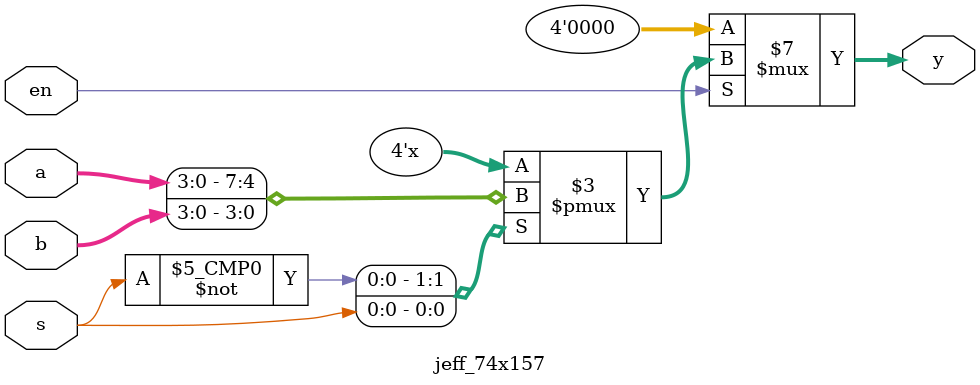
<source format=v>
    
module jeff_74x157(
    input       [3:0] a,            // INPUT DATA A
    input       [3:0] b,            // INPUT DATA B
    input             s,            // SELECT
    input             en,           // ENABLE
    output reg  [3:0] y             // OUTPUT DATA
);

    // 2x1 MULTIPLEXER
    always @ ( * ) begin
        if (~en) begin
            y <= 4'h0;
        end else begin
            case(s)
                1'b0 : y <= a;
                1'b1 : y <= b;
            endcase
        end
    end

endmodule

</source>
